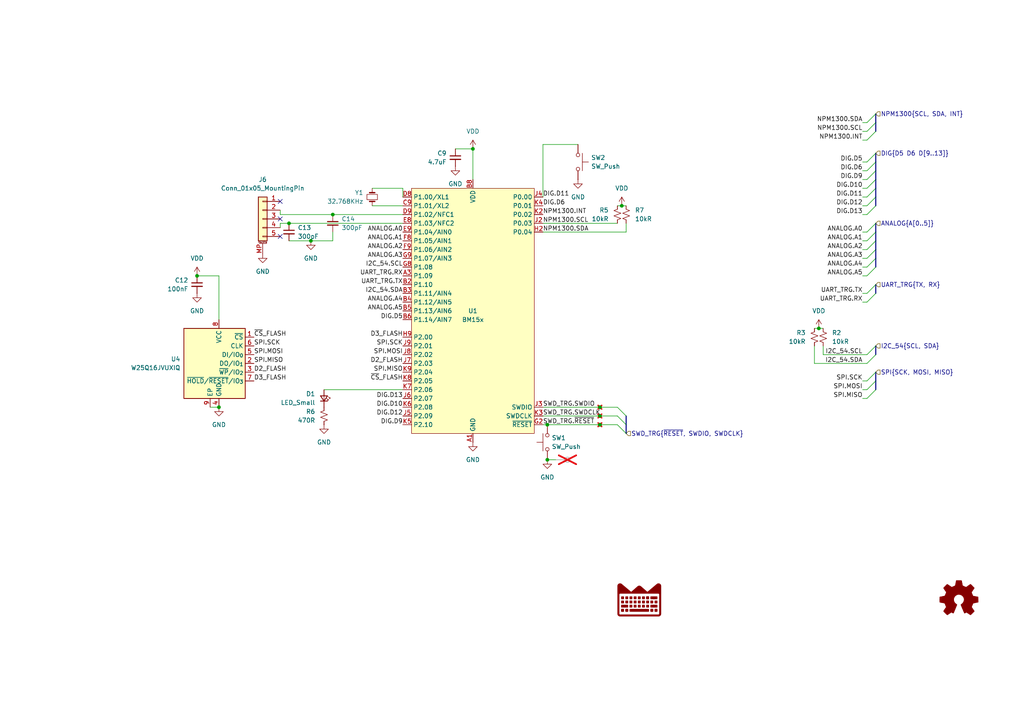
<source format=kicad_sch>
(kicad_sch (version 20250114) (generator "eeschema") (generator_version "9.0")
  (paper "A4")
  (lib_symbols
    (symbol "Connector:TestPoint" (pin_numbers (hide yes)) (pin_names (offset 0.762) (hide yes))
      (property "Reference" "TP" (at 0 6.858 0))
      (property "Value" "TestPoint" (at 0 5.08 0))
      (symbol "TestPoint_1_1"
        (pin passive line (at 0 0 90) (length 2.54) (name "1") (number "1"))
      )
    )
    (symbol "Connector:TestPoint_Small" (pin_numbers (hide yes)) (pin_names (offset 0.762) (hide yes))
      (property "Reference" "TP" (at 0 3.81 0))
      (property "Value" "TestPoint_Small" (at 0 2.032 0))
      (symbol "TestPoint_Small_1_1"
        (pin passive line (at 0 0 90) (length 0) (name "1") (number "1"))
      )
    )
    (symbol "Connector_Generic_MountingPin:Conn_01x05_MountingPin" (pin_names (offset 1.016) (hide yes))
      (property "Reference" "J" (at 0 7.62 0))
      (property "Value" "Conn_01x05_MountingPin" (at 1.27 -7.62 0))
      (symbol "Conn_01x05_MountingPin_1_1"
        (text "Mounting" (at 0 -6.731 0) (effects (font (size 0.381 0.381))))
        (pin passive line (at -5.08 5.08 0) (length 3.81) (name "Pin_1") (number "1"))
        (pin passive line (at -5.08 2.54 0) (length 3.81) (name "Pin_2") (number "2"))
        (pin passive line (at -5.08 0 0) (length 3.81) (name "Pin_3") (number "3"))
        (pin passive line (at -5.08 -2.54 0) (length 3.81) (name "Pin_4") (number "4"))
        (pin passive line (at -5.08 -5.08 0) (length 3.81) (name "Pin_5") (number "5"))
        (pin passive line (at 0 -10.16 90) (length 3.048) (name "MountPin") (number "MP"))
      )
    )
    (symbol "Device:C_Small" (pin_numbers (hide yes)) (pin_names (offset 0.254) (hide yes))
      (property "Reference" "C" (at 0.254 1.778 0))
      (property "Value" "C_Small" (at 0.254 -2.032 0))
      (symbol "C_Small_1_1"
        (pin passive line (at 0 2.54 270) (length 2.032) (name "~") (number "1"))
        (pin passive line (at 0 -2.54 90) (length 2.032) (name "~") (number "2"))
      )
    )
    (symbol "Device:Crystal_Small" (pin_numbers (hide yes)) (pin_names (offset 1.016) (hide yes))
      (property "Reference" "Y" (at 0 2.54 0))
      (property "Value" "Crystal_Small" (at 0 -2.54 0))
      (symbol "Crystal_Small_1_1"
        (pin passive line (at -2.54 0 0) (length 1.27) (name "1") (number "1"))
        (pin passive line (at 2.54 0 180) (length 1.27) (name "2") (number "2"))
      )
    )
    (symbol "Device:LED_Small" (pin_numbers (hide yes)) (pin_names (offset 0.254) (hide yes))
      (property "Reference" "D" (at -1.27 3.175 0))
      (property "Value" "LED_Small" (at -4.445 -2.54 0))
      (symbol "LED_Small_1_1"
        (pin passive line (at -2.54 0 0) (length 1.778) (name "K") (number "1"))
        (pin passive line (at 2.54 0 180) (length 1.778) (name "A") (number "2"))
      )
    )
    (symbol "Device:R_Small_US" (pin_numbers (hide yes)) (pin_names (offset 0.254) (hide yes))
      (property "Reference" "R" (at 0.762 0.508 0))
      (property "Value" "R_Small_US" (at 0.762 -1.016 0))
      (symbol "R_Small_US_1_1"
        (pin passive line (at 0 2.54 270) (length 1.016) (name "~") (number "1"))
        (pin passive line (at 0 -2.54 90) (length 1.016) (name "~") (number "2"))
      )
    )
    (symbol "Graphic:Logo_Open_Hardware_Small" (in_bom no) (on_board no))
    (symbol "LordsBoards-Graphic:LordsBoardsLogo" (in_bom no) (on_board no))
    (symbol "Memory_Flash:W25Q32JVZP"
      (property "Reference" "U" (at -6.35 11.43 0))
      (property "Value" "W25Q32JVZP" (at 7.62 11.43 0))
      (symbol "W25Q32JVZP_1_1"
        (pin input line (at -10.16 7.62 0) (length 2.54) (name "~{CS}") (number "1"))
        (pin input line (at -10.16 5.08 0) (length 2.54) (name "CLK") (number "6"))
        (pin bidirectional line (at -10.16 2.54 0) (length 2.54) (name "DI/IO_{0}") (number "5"))
        (pin bidirectional line (at -10.16 0 0) (length 2.54) (name "DO/IO_{1}") (number "2"))
        (pin bidirectional line (at -10.16 -2.54 0) (length 2.54) (name "~{WP}/IO_{2}") (number "3"))
        (pin bidirectional line (at -10.16 -5.08 0) (length 2.54) (name "~{HOLD}/~{RESET}/IO_{3}") (number "7"))
        (pin power_in line (at 0 12.7 270) (length 2.54) (name "VCC") (number "8"))
        (pin power_in line (at 0 -12.7 90) (length 2.54) (name "GND") (number "4"))
        (pin passive line (at 2.54 -12.7 90) (length 2.54) (name "EP") (number "9"))
      )
    )
    (symbol "Switch:SW_Push" (pin_numbers (hide yes)) (pin_names (offset 1.016) (hide yes))
      (property "Reference" "SW" (at 1.27 2.54 0))
      (property "Value" "SW_Push" (at 0 -1.524 0))
      (symbol "SW_Push_0_1"
        (pin passive line (at -5.08 0 0) (length 2.54) (name "1") (number "1"))
        (pin passive line (at 5.08 0 180) (length 2.54) (name "2") (number "2"))
      )
    )
    (symbol "nordic-lib-kicad-nrf54-modules:BM15x"
      (property "Reference" "U" (at 0 0 0))
      (property "Value" "BM15x" (at 0 -2.54 0))
      (symbol "BM15x_0_0"
        (pin bidirectional line (at -20.32 33.02 0) (length 2.54) (name "P1.00/XL1") (number "D8"))
        (pin bidirectional line (at -20.32 30.48 0) (length 2.54) (name "P1.01/XL2") (number "C9"))
        (pin bidirectional line (at -20.32 27.94 0) (length 2.54) (name "P1.02/NFC1") (number "D9"))
        (pin bidirectional line (at -20.32 25.4 0) (length 2.54) (name "P1.03/NFC2") (number "E8"))
        (pin bidirectional line (at -20.32 22.86 0) (length 2.54) (name "P1.04/AIN0") (number "E9"))
        (pin bidirectional line (at -20.32 20.32 0) (length 2.54) (name "P1.05/AIN1") (number "F8"))
        (pin bidirectional line (at -20.32 17.78 0) (length 2.54) (name "P1.06/AIN2") (number "F9"))
        (pin bidirectional line (at -20.32 15.24 0) (length 2.54) (name "P1.07/AIN3") (number "G9"))
        (pin bidirectional line (at -20.32 12.7 0) (length 2.54) (name "P1.08") (number "G8"))
        (pin bidirectional line (at -20.32 10.16 0) (length 2.54) (name "P1.09") (number "A3"))
        (pin bidirectional line (at -20.32 7.62 0) (length 2.54) (name "P1.10") (number "B2"))
        (pin bidirectional line (at -20.32 5.08 0) (length 2.54) (name "P1.11/AIN4") (number "B3"))
        (pin bidirectional line (at -20.32 2.54 0) (length 2.54) (name "P1.12/AIN5") (number "B4"))
        (pin bidirectional line (at -20.32 0 0) (length 2.54) (name "P1.13/AIN6") (number "B5"))
        (pin bidirectional line (at -20.32 -2.54 0) (length 2.54) (name "P1.14/AIN7") (number "B6"))
        (pin bidirectional line (at -20.32 -7.62 0) (length 2.54) (name "P2.00") (number "H9"))
        (pin bidirectional line (at -20.32 -10.16 0) (length 2.54) (name "P2.01") (number "J9"))
        (pin bidirectional line (at -20.32 -12.7 0) (length 2.54) (name "P2.02") (number "J8"))
        (pin bidirectional line (at -20.32 -15.24 0) (length 2.54) (name "P2.03") (number "J7"))
        (pin bidirectional line (at -20.32 -17.78 0) (length 2.54) (name "P2.04") (number "K9"))
        (pin bidirectional line (at -20.32 -20.32 0) (length 2.54) (name "P2.05") (number "K8"))
        (pin bidirectional line (at -20.32 -22.86 0) (length 2.54) (name "P2.06") (number "K7"))
        (pin bidirectional line (at -20.32 -25.4 0) (length 2.54) (name "P2.07") (number "J6"))
        (pin bidirectional line (at -20.32 -27.94 0) (length 2.54) (name "P2.08") (number "K6"))
        (pin bidirectional line (at -20.32 -30.48 0) (length 2.54) (name "P2.09") (number "J5"))
        (pin bidirectional line (at -20.32 -33.02 0) (length 2.54) (name "P2.10") (number "K5"))
        (pin passive line (at 0 38.1 270) (length 2.54) (hide yes) (name "VDD") (number "C8"))
        (pin passive line (at 0 -38.1 90) (length 2.54) (hide yes) (name "GND") (number "A9"))
        (pin passive line (at 0 -38.1 90) (length 2.54) (hide yes) (name "GND") (number "B1"))
        (pin passive line (at 0 -38.1 90) (length 2.54) (hide yes) (name "GND") (number "B7"))
        (pin passive line (at 0 -38.1 90) (length 2.54) (hide yes) (name "GND") (number "B9"))
        (pin passive line (at 0 -38.1 90) (length 2.54) (hide yes) (name "GND") (number "D1"))
        (pin passive line (at 0 -38.1 90) (length 2.54) (hide yes) (name "GND") (number "E1"))
        (pin passive line (at 0 -38.1 90) (length 2.54) (hide yes) (name "GND") (number "F1"))
        (pin passive line (at 0 -38.1 90) (length 2.54) (hide yes) (name "GND") (number "H8"))
        (pin bidirectional line (at 20.32 33.02 180) (length 2.54) (name "P0.00") (number "J4"))
        (pin bidirectional line (at 20.32 30.48 180) (length 2.54) (name "P0.01") (number "K4"))
        (pin bidirectional line (at 20.32 27.94 180) (length 2.54) (name "P0.02") (number "K2"))
        (pin bidirectional line (at 20.32 25.4 180) (length 2.54) (name "P0.03") (number "J2"))
        (pin bidirectional line (at 20.32 22.86 180) (length 2.54) (name "P0.04") (number "H2"))
        (pin bidirectional line (at 20.32 -27.94 180) (length 2.54) (name "SWDIO") (number "J3"))
        (pin input line (at 20.32 -30.48 180) (length 2.54) (name "SWDCLK") (number "K3"))
        (pin input line (at 20.32 -33.02 180) (length 2.54) (name "~{RESET}") (number "G2"))
      )
      (symbol "BM15x_1_0"
        (pin power_in line (at 0 38.1 270) (length 2.54) (name "VDD") (number "B8"))
        (pin power_in line (at 0 -38.1 90) (length 2.54) (name "GND") (number "A1"))
      )
    )
    (symbol "power:GND" (power) (pin_numbers (hide yes)) (pin_names (offset 0) (hide yes))
      (property "Value" "GND" (at 0 -3.81 0))
      (symbol "GND_1_1"
        (pin power_in line (at 0 0 270) (length 0) (name "~") (number "1"))
      )
    )
    (symbol "power:VDD" (power) (pin_numbers (hide yes)) (pin_names (offset 0) (hide yes))
      (property "Value" "VDD" (at 0 3.556 0))
      (symbol "VDD_1_1"
        (pin power_in line (at 0 0 90) (length 0) (name "~") (number "1"))
      )
    )
  )
  (junction (at 237.49 95.25))
  (junction (at 137.16 43.18))
  (junction (at 90.17 69.85))
  (junction (at 96.52 62.23))
  (junction (at 63.5 118.11))
  (junction (at 83.82 64.77))
  (junction (at 57.15 80.01))
  (junction (at 173.99 123.19))
  (junction (at 173.99 118.11))
  (junction (at 158.75 123.19))
  (junction (at 158.75 133.35))
  (junction (at 173.99 120.65))
  (junction (at 180.34 59.69))
  (no_connect (at 81.28 58.42))
  (no_connect (at 81.28 63.5))
  (no_connect (at 81.28 68.58))
  (bus_entry (at 254 46.99) (size -2.54 2.54))
  (bus_entry (at 251.46 40.64) (size 2.54 -2.54))
  (bus_entry (at 254 57.15) (size -2.54 2.54))
  (bus_entry (at 254 102.87) (size -2.54 2.54))
  (bus_entry (at 254 67.31) (size -2.54 2.54))
  (bus_entry (at 251.46 35.56) (size 2.54 -2.54))
  (bus_entry (at 179.07 123.19) (size 2.54 2.54))
  (bus_entry (at 254 85.09) (size -2.54 2.54))
  (bus_entry (at 254 72.39) (size -2.54 2.54))
  (bus_entry (at 254 100.33) (size -2.54 2.54))
  (bus_entry (at 254 69.85) (size -2.54 2.54))
  (bus_entry (at 251.46 113.03) (size 2.54 -2.54))
  (bus_entry (at 179.07 120.65) (size 2.54 2.54))
  (bus_entry (at 251.46 110.49) (size 2.54 -2.54))
  (bus_entry (at 254 77.47) (size -2.54 2.54))
  (bus_entry (at 254 64.77) (size -2.54 2.54))
  (bus_entry (at 254 52.07) (size -2.54 2.54))
  (bus_entry (at 254 74.93) (size -2.54 2.54))
  (bus_entry (at 254 59.69) (size -2.54 2.54))
  (bus_entry (at 254 82.55) (size -2.54 2.54))
  (bus_entry (at 251.46 38.1) (size 2.54 -2.54))
  (bus_entry (at 254 49.53) (size -2.54 2.54))
  (bus_entry (at 254 54.61) (size -2.54 2.54))
  (bus_entry (at 179.07 118.11) (size 2.54 2.54))
  (bus_entry (at 251.46 115.57) (size 2.54 -2.54))
  (bus_entry (at 254 44.45) (size -2.54 2.54))
  (wire (pts (xy 157.48 41.91) (xy 167.64 41.91)))
  (wire (pts (xy 116.84 54.61) (xy 107.95 54.61)))
  (wire (pts (xy 251.46 40.64) (xy 250.19 40.64)))
  (wire (pts (xy 250.19 113.03) (xy 251.46 113.03)))
  (wire (pts (xy 251.46 59.69) (xy 250.19 59.69)))
  (wire (pts (xy 250.19 49.53) (xy 251.46 49.53)))
  (bus (pts (xy 254 44.45) (xy 254 46.99)))
  (wire (pts (xy 173.99 120.65) (xy 179.07 120.65)))
  (bus (pts (xy 254 67.31) (xy 254 69.85)))
  (wire (pts (xy 157.48 67.31) (xy 181.61 67.31)))
  (wire (pts (xy 250.19 69.85) (xy 251.46 69.85)))
  (wire (pts (xy 236.22 105.41) (xy 251.46 105.41)))
  (wire (pts (xy 251.46 57.15) (xy 250.19 57.15)))
  (wire (pts (xy 157.48 120.65) (xy 173.99 120.65)))
  (wire (pts (xy 81.28 60.96) (xy 81.28 62.23)))
  (wire (pts (xy 173.99 118.11) (xy 179.07 118.11)))
  (wire (pts (xy 158.75 123.19) (xy 173.99 123.19)))
  (bus (pts (xy 254 35.56) (xy 254 33.02)))
  (wire (pts (xy 250.19 74.93) (xy 251.46 74.93)))
  (bus (pts (xy 254 69.85) (xy 254 72.39)))
  (wire (pts (xy 137.16 43.18) (xy 137.16 52.07)))
  (wire (pts (xy 96.52 67.31) (xy 96.52 69.85)))
  (wire (pts (xy 181.61 67.31) (xy 181.61 64.77)))
  (wire (pts (xy 250.19 85.09) (xy 251.46 85.09)))
  (wire (pts (xy 157.48 64.77) (xy 179.07 64.77)))
  (bus (pts (xy 254 64.77) (xy 254 67.31)))
  (wire (pts (xy 251.46 35.56) (xy 250.19 35.56)))
  (wire (pts (xy 250.19 87.63) (xy 251.46 87.63)))
  (bus (pts (xy 181.61 123.19) (xy 181.61 125.73)))
  (wire (pts (xy 179.07 59.69) (xy 180.34 59.69)))
  (wire (pts (xy 250.19 67.31) (xy 251.46 67.31)))
  (wire (pts (xy 158.75 123.19) (xy 157.48 123.19)))
  (wire (pts (xy 132.08 43.18) (xy 137.16 43.18)))
  (bus (pts (xy 254 72.39) (xy 254 74.93)))
  (wire (pts (xy 250.19 72.39) (xy 251.46 72.39)))
  (wire (pts (xy 63.5 80.01) (xy 63.5 92.71)))
  (wire (pts (xy 250.19 110.49) (xy 251.46 110.49)))
  (bus (pts (xy 181.61 120.65) (xy 181.61 123.19)))
  (wire (pts (xy 81.28 62.23) (xy 96.52 62.23)))
  (bus (pts (xy 254 100.33) (xy 254 102.87)))
  (wire (pts (xy 238.76 102.87) (xy 251.46 102.87)))
  (wire (pts (xy 250.19 77.47) (xy 251.46 77.47)))
  (bus (pts (xy 254 46.99) (xy 254 49.53)))
  (wire (pts (xy 250.19 52.07) (xy 251.46 52.07)))
  (wire (pts (xy 173.99 123.19) (xy 179.07 123.19)))
  (wire (pts (xy 81.28 64.77) (xy 81.28 66.04)))
  (bus (pts (xy 254 110.49) (xy 254 113.03)))
  (wire (pts (xy 158.75 133.35) (xy 161.29 133.35)))
  (wire (pts (xy 157.48 118.11) (xy 173.99 118.11)))
  (bus (pts (xy 254 54.61) (xy 254 52.07)))
  (wire (pts (xy 157.48 41.91) (xy 157.48 57.15)))
  (bus (pts (xy 254 74.93) (xy 254 77.47)))
  (wire (pts (xy 107.95 59.69) (xy 116.84 59.69)))
  (wire (pts (xy 237.49 95.25) (xy 238.76 95.25)))
  (wire (pts (xy 57.15 80.01) (xy 63.5 80.01)))
  (wire (pts (xy 63.5 118.11) (xy 60.96 118.11)))
  (bus (pts (xy 254 38.1) (xy 254 35.56)))
  (bus (pts (xy 254 57.15) (xy 254 59.69)))
  (wire (pts (xy 83.82 64.77) (xy 81.28 64.77)))
  (wire (pts (xy 116.84 54.61) (xy 116.84 57.15)))
  (bus (pts (xy 254 107.95) (xy 254 110.49)))
  (wire (pts (xy 180.34 59.69) (xy 181.61 59.69)))
  (bus (pts (xy 254 82.55) (xy 254 85.09)))
  (wire (pts (xy 251.46 62.23) (xy 250.19 62.23)))
  (wire (pts (xy 236.22 105.41) (xy 236.22 100.33)))
  (wire (pts (xy 96.52 62.23) (xy 116.84 62.23)))
  (wire (pts (xy 250.19 115.57) (xy 251.46 115.57)))
  (bus (pts (xy 254 49.53) (xy 254 52.07)))
  (bus (pts (xy 254 54.61) (xy 254 57.15)))
  (wire (pts (xy 251.46 38.1) (xy 250.19 38.1)))
  (wire (pts (xy 93.98 113.03) (xy 116.84 113.03)))
  (wire (pts (xy 250.19 46.99) (xy 251.46 46.99)))
  (wire (pts (xy 236.22 95.25) (xy 237.49 95.25)))
  (wire (pts (xy 250.19 54.61) (xy 251.46 54.61)))
  (wire (pts (xy 96.52 69.85) (xy 90.17 69.85)))
  (wire (pts (xy 83.82 64.77) (xy 116.84 64.77)))
  (wire (pts (xy 90.17 69.85) (xy 83.82 69.85)))
  (wire (pts (xy 250.19 80.01) (xy 251.46 80.01)))
  (wire (pts (xy 238.76 102.87) (xy 238.76 100.33)))
  (label "UART_TRG.RX" (at 250.19 87.63 180))
  (label "DIG.D9" (at 250.19 52.07 180))
  (label "NPM1300.SDA" (at 157.48 67.31 0))
  (label "SWD_TRG.~{RESET}" (at 157.48 123.19 0))
  (label "D3_FLASH" (at 73.66 110.49 0))
  (label "ANALOG.A2" (at 250.19 72.39 180))
  (label "DIG.D12" (at 116.84 120.65 180))
  (label "DIG.D11" (at 157.48 57.15 0))
  (label "I2C_54.SCL" (at 250.19 102.87 180))
  (label "SPI.MISO" (at 73.66 105.41 0))
  (label "DIG.D12" (at 250.19 59.69 180))
  (label "SPI.SCK" (at 250.19 110.49 180))
  (label "I2C_54.SDA" (at 250.19 105.41 180))
  (label "ANALOG.A5" (at 116.84 90.17 180))
  (label "UART_TRG.TX" (at 116.84 82.55 180))
  (label "ANALOG.A3" (at 116.84 74.93 180))
  (label "~{CS}_FLASH" (at 116.84 110.49 180))
  (label "ANALOG.A3" (at 250.19 74.93 180))
  (label "UART_TRG.TX" (at 250.19 85.09 180))
  (label "DIG.D5" (at 116.84 92.71 180))
  (label "NPM1300.SCL" (at 250.19 38.1 180))
  (label "SPI.SCK" (at 73.66 100.33 0))
  (label "ANALOG.A4" (at 250.19 77.47 180))
  (label "UART_TRG.RX" (at 116.84 80.01 180))
  (label "ANALOG.A1" (at 116.84 69.85 180))
  (label "I2C_54.SCL" (at 116.84 77.47 180))
  (label "ANALOG.A1" (at 250.19 69.85 180))
  (label "SPI.MOSI" (at 250.19 113.03 180))
  (label "DIG.D9" (at 116.84 123.19 180))
  (label "NPM1300.SDA" (at 250.19 35.56 180))
  (label "SPI.MISO" (at 116.84 107.95 180))
  (label "ANALOG.A0" (at 250.19 67.31 180))
  (label "DIG.D10" (at 116.84 118.11 180))
  (label "SWD_TRG.SWDCLK" (at 157.48 120.65 0))
  (label "ANALOG.A5" (at 250.19 80.01 180))
  (label "DIG.D13" (at 250.19 62.23 180))
  (label "D2_FLASH" (at 116.84 105.41 180))
  (label "ANALOG.A4" (at 116.84 87.63 180))
  (label "ANALOG.A2" (at 116.84 72.39 180))
  (label "DIG.D6" (at 250.19 49.53 180))
  (label "DIG.D10" (at 250.19 54.61 180))
  (label "NPM1300.SCL" (at 157.48 64.77 0))
  (label "SWD_TRG.SWDIO" (at 157.48 118.11 0))
  (label "SPI.MOSI" (at 116.84 102.87 180))
  (label "SPI.MISO" (at 250.19 115.57 180))
  (label "DIG.D13" (at 116.84 115.57 180))
  (label "DIG.D6" (at 157.48 59.69 0))
  (label "DIG.D11" (at 250.19 57.15 180))
  (label "~{CS}_FLASH" (at 73.66 97.79 0))
  (label "I2C_54.SDA" (at 116.84 85.09 180))
  (label "DIG.D5" (at 250.19 46.99 180))
  (label "ANALOG.A0" (at 116.84 67.31 180))
  (label "NPM1300.INT" (at 157.48 62.23 0))
  (label "SPI.MOSI" (at 73.66 102.87 0))
  (label "SPI.SCK" (at 116.84 100.33 180))
  (label "D3_FLASH" (at 116.84 97.79 180))
  (label "NPM1300.INT" (at 250.19 40.64 180))
  (label "D2_FLASH" (at 73.66 107.95 0))
  (hierarchical_label "I2C_54{SCL, SDA}" (shape input) (at 254 100.33 0))
  (hierarchical_label "SWD_TRG{~{RESET}, SWDIO, SWDCLK}" (shape input) (at 181.61 125.73 0))
  (hierarchical_label "SPI{SCK, MOSI, MISO}" (shape input) (at 254 107.95 0))
  (hierarchical_label "NPM1300{SCL, SDA, INT}" (shape input) (at 254 33.02 0))
  (hierarchical_label "ANALOG{A[0..5]}" (shape input) (at 254 64.77 0))
  (hierarchical_label "DIG{D5 D6 D[9..13]}" (shape input) (at 254 44.45 0))
  (hierarchical_label "UART_TRG{TX, RX}" (shape input) (at 254 82.55 0))
  (symbol (lib_id "power:GND") (at 93.98 123.19 0) (mirror y) (unit 1)
    (property "Reference" "#PWR045" (effects (hide yes)))
    (property "Value" "GND" (at 93.98 128.27 0))
    (property "Description" "Power symbol creates a global label with name \"GND\" , ground" (effects (hide yes)))
  )
  (symbol (lib_id "Device:LED_Small") (at 93.98 115.57 270) (mirror x) (unit 1)
    (property "Reference" "D1" (at 91.44 114.2364 90) (effects (justify right)))
    (property "Value" "LED_Small" (at 91.44 116.7764 90) (effects (justify right)))
    (property "Footprint" "LED_SMD:LED_0603_1608Metric" (effects (hide yes)))
    (property "Description" "Light emitting diode, small symbol" (effects (hide yes)))
    (property "LCSC" "C125103" (effects (hide yes)))
    (property "Sim.Pin" "1=K 2=A" (effects (hide yes)))
  )
  (symbol (lib_id "Memory_Flash:W25Q32JVZP") (at 63.5 105.41 0) (mirror y) (unit 1)
    (property "Reference" "U4" (at 52.324 104.14 0) (effects (justify left)))
    (property "Value" "W25Q16JVUXIQ" (at 52.324 106.68 0) (effects (justify left)))
    (property "Footprint" "Package_SON:Winbond_USON-8-1EP_3x2mm_P0.5mm_EP0.2x1.6mm" (effects (hide yes)))
    (property "Datasheet" "http://www.winbond.com/resource-files/w25q32jv%20revg%2003272018%20plus.pdf" (effects (hide yes)))
    (property "Description" "32Mbit / 4MiB Serial Flash Memory, Standard/Dual/Quad SPI, 2.7-3.6V, WSON-8" (effects (hide yes)))
    (property "LCSC" "C2843335" (effects (hide yes)))
  )
  (symbol (lib_id "Device:R_Small_US") (at 179.07 62.23 0) (mirror y) (unit 1)
    (property "Reference" "R5" (at 176.53 60.9599 0) (effects (justify left)))
    (property "Value" "10kR" (at 176.53 63.4999 0) (effects (justify left)))
    (property "Footprint" "Resistor_SMD:R_0402_1005Metric" (effects (hide yes)))
    (property "Description" "Resistor, small US symbol" (effects (hide yes)))
    (property "LCSC" "C25744" (effects (hide yes)))
  )
  (symbol (lib_id "power:GND") (at 158.75 133.35 0) (unit 1)
    (property "Reference" "#PWR010" (effects (hide yes)))
    (property "Value" "GND" (at 158.75 138.43 0))
    (property "Description" "Power symbol creates a global label with name \"GND\" , ground" (effects (hide yes)))
  )
  (symbol (lib_id "Device:Crystal_Small") (at 107.95 57.15 90) (unit 1)
    (property "Reference" "Y1" (at 105.41 55.8799 90) (effects (justify left)))
    (property "Value" "32.768KHz" (at 105.41 58.4199 90) (effects (justify left)))
    (property "Footprint" "Crystal:Crystal_SMD_3215-2Pin_3.2x1.5mm" (effects (hide yes)))
    (property "Description" "Two pin crystal, small symbol" (effects (hide yes)))
    (property "LCSC" "C32346" (effects (hide yes)))
  )
  (symbol (lib_id "Device:R_Small_US") (at 236.22 97.79 0) (mirror y) (unit 1)
    (property "Reference" "R3" (at 233.68 96.5199 0) (effects (justify left)))
    (property "Value" "10kR" (at 233.68 99.0599 0) (effects (justify left)))
    (property "Footprint" "Resistor_SMD:R_0402_1005Metric" (effects (hide yes)))
    (property "Description" "Resistor, small US symbol" (effects (hide yes)))
    (property "LCSC" "C25744" (effects (hide yes)))
  )
  (symbol (lib_id "nordic-lib-kicad-nrf54-modules:BM15x") (at 137.16 90.17 0) (unit 1)
    (property "Reference" "U1" (at 137.16 90.17 0))
    (property "Value" "BM15x" (at 137.16 92.71 0))
    (property "Footprint" "nordic-lib-kicad-nrf54-modules:BM15x-LGA-45_15.8x10mm" (effects (hide yes)))
    (property "Datasheet" "https://static1.squarespace.com/static/561459a2e4b0b39f5cefa12e/t/66c3d7591cc204465c3f6e4f/1724110684125/BM15C+Product+Specifications.pdf" (effects (hide yes)))
    (property "LCSC" "C9900148376" (effects (hide yes)))
  )
  (symbol (lib_id "LordsBoards-Graphic:LordsBoardsLogo") (at 185.42 173.99 0) (unit 1) (in_bom no) (on_board no)
    (property "Reference" "#SYM7" (effects (hide yes)))
  )
  (symbol (lib_id "Connector_Generic_MountingPin:Conn_01x05_MountingPin") (at 76.2 63.5 0) (mirror y) (unit 1)
    (property "Reference" "J6" (at 76.2 52.07 0))
    (property "Value" "Conn_01x05_MountingPin" (at 76.2 54.61 0))
    (property "Footprint" "RoyalBlue-nRF54L15-Connector_FFC-FPC:CONN-SMD_5P-P0.50_HCTL_HC-FPC-05-09-5RLTAG" (effects (hide yes)))
    (property "Description" "Generic connectable mounting pin connector, single row, 01x05, script generated (kicad-library-utils/schlib/autogen/connector/)" (effects (hide yes)))
  )
  (symbol (lib_id "Device:R_Small_US") (at 181.61 62.23 0) (unit 1)
    (property "Reference" "R7" (at 184.15 60.9599 0) (effects (justify left)))
    (property "Value" "10kR" (at 184.15 63.4999 0) (effects (justify left)))
    (property "Footprint" "Resistor_SMD:R_0402_1005Metric" (effects (hide yes)))
    (property "Description" "Resistor, small US symbol" (effects (hide yes)))
    (property "LCSC" "C25744" (effects (hide yes)))
  )
  (symbol (lib_id "power:VDD") (at 137.16 43.18 0) (unit 1)
    (property "Reference" "#PWR043" (effects (hide yes)))
    (property "Value" "VDD" (at 137.16 38.1 0))
    (property "Description" "Power symbol creates a global label with name \"VDD\"" (effects (hide yes)))
  )
  (symbol (lib_id "power:GND") (at 63.5 118.11 0) (mirror y) (unit 1)
    (property "Reference" "#PWR011" (effects (hide yes)))
    (property "Value" "GND" (at 63.5 123.19 0))
    (property "Description" "Power symbol creates a global label with name \"GND\" , ground" (effects (hide yes)))
  )
  (symbol (lib_id "power:GND") (at 137.16 128.27 0) (unit 1)
    (property "Reference" "#PWR014" (effects (hide yes)))
    (property "Value" "GND" (at 137.16 133.35 0))
    (property "Description" "Power symbol creates a global label with name \"GND\" , ground" (effects (hide yes)))
  )
  (symbol (lib_id "Device:C_Small") (at 83.82 67.31 0) (mirror y) (unit 1)
    (property "Reference" "C13" (at 86.36 66.0462 0) (effects (justify right)))
    (property "Value" "300pF" (at 86.36 68.5862 0) (effects (justify right)))
    (property "Footprint" "Capacitor_SMD:C_0402_1005Metric" (effects (hide yes)))
    (property "Description" "Unpolarized capacitor, small symbol" (effects (hide yes)))
    (property "LCSC" "C126505" (effects (hide yes)))
  )
  (symbol (lib_id "Device:R_Small_US") (at 238.76 97.79 0) (unit 1)
    (property "Reference" "R2" (at 241.3 96.5199 0) (effects (justify left)))
    (property "Value" "10kR" (at 241.3 99.0599 0) (effects (justify left)))
    (property "Footprint" "Resistor_SMD:R_0402_1005Metric" (effects (hide yes)))
    (property "Description" "Resistor, small US symbol" (effects (hide yes)))
    (property "LCSC" "C25744" (effects (hide yes)))
  )
  (symbol (lib_id "Switch:SW_Push") (at 167.64 46.99 270) (unit 1)
    (property "Reference" "SW2" (at 171.45 45.7199 90) (effects (justify left)))
    (property "Value" "SW_Push" (at 171.45 48.2599 90) (effects (justify left)))
    (property "Footprint" "Button_Switch_SMD:SW_Push_1P1T_NO_Vertical_Wuerth_434133025816" (effects (hide yes)))
    (property "Description" "Push button switch, generic, two pins" (effects (hide yes)))
    (property "LCSC" "C139797" (effects (hide yes)))
  )
  (symbol (lib_id "power:GND") (at 167.64 52.07 0) (unit 1)
    (property "Reference" "#PWR039" (effects (hide yes)))
    (property "Value" "GND" (at 167.64 57.15 0))
    (property "Description" "Power symbol creates a global label with name \"GND\" , ground" (effects (hide yes)))
  )
  (symbol (lib_id "power:VDD") (at 57.15 80.01 0) (mirror y) (unit 1)
    (property "Reference" "#PWR038" (effects (hide yes)))
    (property "Value" "VDD" (at 57.15 74.93 0))
    (property "Description" "Power symbol creates a global label with name \"VDD\"" (effects (hide yes)))
  )
  (symbol (lib_id "Connector:TestPoint_Small") (at 173.99 118.11 180) (unit 1) (dnp yes)
    (property "Reference" "TP1" (effects (hide yes)))
    (property "Value" "TestPoint" (effects (hide yes)))
    (property "Footprint" "TestPoint:TestPoint_Pad_D2.0mm" (effects (hide yes)))
    (property "Description" "test point" (effects (hide yes)))
  )
  (symbol (lib_id "power:GND") (at 132.08 48.26 0) (unit 1)
    (property "Reference" "#PWR052" (effects (hide yes)))
    (property "Value" "GND" (at 132.08 53.34 0))
    (property "Description" "Power symbol creates a global label with name \"GND\" , ground" (effects (hide yes)))
  )
  (symbol (lib_id "Connector:TestPoint_Small") (at 173.99 123.19 180) (unit 1) (dnp yes)
    (property "Reference" "TP2" (effects (hide yes)))
    (property "Value" "TestPoint" (effects (hide yes)))
    (property "Footprint" "TestPoint:TestPoint_Pad_D2.0mm" (effects (hide yes)))
    (property "Description" "test point" (effects (hide yes)))
  )
  (symbol (lib_id "Device:C_Small") (at 132.08 45.72 0) (mirror y) (unit 1)
    (property "Reference" "C9" (at 129.54 44.4562 0) (effects (justify left)))
    (property "Value" "4.7uF" (at 129.54 46.9962 0) (effects (justify left)))
    (property "Footprint" "Capacitor_SMD:C_0402_1005Metric" (effects (hide yes)))
    (property "Description" "Unpolarized capacitor, small symbol" (effects (hide yes)))
    (property "LCSC" "C23733" (effects (hide yes)))
  )
  (symbol (lib_id "power:GND") (at 57.15 85.09 0) (unit 1)
    (property "Reference" "#PWR037" (effects (hide yes)))
    (property "Value" "GND" (at 57.15 90.17 0))
    (property "Description" "Power symbol creates a global label with name \"GND\" , ground" (effects (hide yes)))
  )
  (symbol (lib_id "power:VDD") (at 180.34 59.69 0) (unit 1)
    (property "Reference" "#PWR050" (effects (hide yes)))
    (property "Value" "VDD" (at 180.34 54.61 0))
    (property "Description" "Power symbol creates a global label with name \"VDD\"" (effects (hide yes)))
  )
  (symbol (lib_id "Device:C_Small") (at 57.15 82.55 0) (unit 1)
    (property "Reference" "C12" (at 54.61 81.2862 0) (effects (justify right)))
    (property "Value" "100nF" (at 54.61 83.8262 0) (effects (justify right)))
    (property "Footprint" "Capacitor_SMD:C_0402_1005Metric" (effects (hide yes)))
    (property "Description" "Unpolarized capacitor, small symbol" (effects (hide yes)))
    (property "LCSC" "C307331" (effects (hide yes)))
  )
  (symbol (lib_id "Switch:SW_Push") (at 158.75 128.27 90) (unit 1)
    (property "Reference" "SW1" (at 160.02 126.9999 90) (effects (justify right)))
    (property "Value" "SW_Push" (at 160.02 129.5399 90) (effects (justify right)))
    (property "Footprint" "Button_Switch_SMD:SW_Push_1P1T_NO_Vertical_Wuerth_434133025816" (effects (hide yes)))
    (property "Description" "Push button switch, generic, two pins" (effects (hide yes)))
    (property "LCSC" "C139797" (effects (hide yes)))
  )
  (symbol (lib_id "power:GND") (at 76.2 73.66 0) (unit 1)
    (property "Reference" "#PWR051" (effects (hide yes)))
    (property "Value" "GND" (at 76.2 78.74 0))
    (property "Description" "Power symbol creates a global label with name \"GND\" , ground" (effects (hide yes)))
  )
  (symbol (lib_id "Connector:TestPoint") (at 161.29 133.35 270) (unit 1) (in_bom no) (dnp yes)
    (property "Reference" "TP4" (effects (hide yes)))
    (property "Value" "TestPoint" (effects (hide yes)))
    (property "Footprint" "TestPoint:TestPoint_Pad_D2.0mm" (effects (hide yes)))
    (property "Description" "test point" (effects (hide yes)))
  )
  (symbol (lib_id "Connector:TestPoint_Small") (at 173.99 120.65 180) (unit 1) (dnp yes)
    (property "Reference" "TP3" (effects (hide yes)))
    (property "Value" "TestPoint" (effects (hide yes)))
    (property "Footprint" "TestPoint:TestPoint_Pad_D2.0mm" (effects (hide yes)))
    (property "Description" "test point" (effects (hide yes)))
  )
  (symbol (lib_id "Graphic:Logo_Open_Hardware_Small") (at 278.13 173.99 0) (unit 1) (in_bom no) (on_board no)
    (property "Reference" "#SYM8" (effects (hide yes)))
    (property "Value" "Logo_Open_Hardware_Small" (effects (hide yes)))
  )
  (symbol (lib_id "Device:R_Small_US") (at 93.98 120.65 0) (mirror y) (unit 1)
    (property "Reference" "R6" (at 91.44 119.3799 0) (effects (justify left)))
    (property "Value" "470R" (at 91.44 121.9199 0) (effects (justify left)))
    (property "Footprint" "Resistor_SMD:R_0402_1005Metric" (effects (hide yes)))
    (property "Description" "Resistor, small US symbol" (effects (hide yes)))
    (property "LCSC" "C25117" (effects (hide yes)))
  )
  (symbol (lib_id "power:VDD") (at 237.49 95.25 0) (unit 1)
    (property "Reference" "#PWR026" (effects (hide yes)))
    (property "Value" "VDD" (at 237.49 90.17 0))
    (property "Description" "Power symbol creates a global label with name \"VDD\"" (effects (hide yes)))
  )
  (symbol (lib_id "Device:C_Small") (at 96.52 64.77 0) (mirror y) (unit 1)
    (property "Reference" "C14" (at 99.06 63.5062 0) (effects (justify right)))
    (property "Value" "300pF" (at 99.06 66.0462 0) (effects (justify right)))
    (property "Footprint" "Capacitor_SMD:C_0402_1005Metric" (effects (hide yes)))
    (property "Description" "Unpolarized capacitor, small symbol" (effects (hide yes)))
    (property "LCSC" "C126505" (effects (hide yes)))
  )
  (symbol (lib_id "power:GND") (at 90.17 69.85 0) (unit 1)
    (property "Reference" "#PWR046" (effects (hide yes)))
    (property "Value" "GND" (at 90.17 74.93 0))
    (property "Description" "Power symbol creates a global label with name \"GND\" , ground" (effects (hide yes)))
  )
)
</source>
